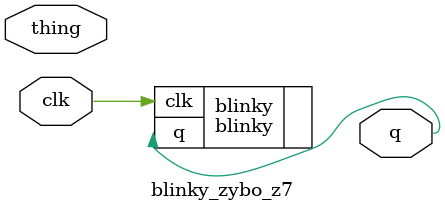
<source format=v>
module blinky_zybo_z7
  #(parameter random = 16,
  parameter blah = 2)
  (input wire  clk,
   output wire q,
   input wire [((2+random)/(blah)):4] thing
   );

   blinky #(.clk_freq_hz (125_000_000)) blinky
     (.clk (clk),
      .q   (q));

endmodule


</source>
